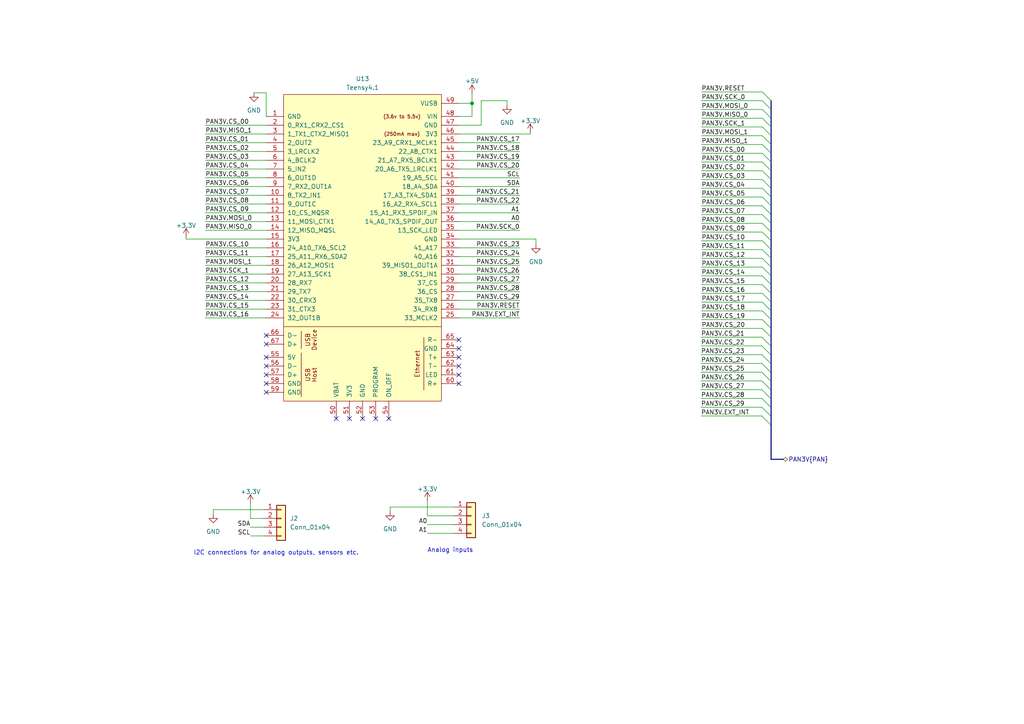
<source format=kicad_sch>
(kicad_sch (version 20250114) (generator "eeschema") (generator_version "9.0")
  (paper "A4")
  (title_block (title "Arena 12-12 Teensy w regulator Modular LED Display") (date "2024-10-08") (rev "v9.1") (company "IORodeo for Reiserlab @Janelia"))
  (lib_symbols
    (symbol "Connector_Generic:Conn_01x04" (pin_names (offset 1.016) (hide yes))
      (property "Reference" "J" (at 0 5.08 0))
      (property "Value" "Conn_01x04" (at 0 -7.62 0))
      (symbol "Conn_01x04_1_1"
        (rectangle (start -1.27 3.81) (end 1.27 -6.35) (stroke (width 0.254)) (fill (type background)))
        (rectangle (start -1.27 2.667) (end 0 2.413) (stroke (width 0.1524)))
        (rectangle (start -1.27 0.127) (end 0 -0.127) (stroke (width 0.1524)))
        (rectangle (start -1.27 -2.413) (end 0 -2.667) (stroke (width 0.1524)))
        (rectangle (start -1.27 -4.953) (end 0 -5.207) (stroke (width 0.1524)))
        (pin passive line (at -5.08 2.54 0) (length 3.81) (name "Pin_1") (number "1"))
        (pin passive line (at -5.08 0 0) (length 3.81) (name "Pin_2") (number "2"))
        (pin passive line (at -5.08 -2.54 0) (length 3.81) (name "Pin_3") (number "3"))
        (pin passive line (at -5.08 -5.08 0) (length 3.81) (name "Pin_4") (number "4"))
      )
    )
    (symbol "arena_custom:Teensy4.1" (pin_names (offset 1.016))
      (property "Reference" "U" (at 0 64.77 0))
      (property "Value" "Teensy4.1" (at 0 62.23 0))
      (symbol "Teensy4.1_0_0"
        (polyline (pts (xy -22.86 -6.35) (xy 22.86 -6.35)))
        (polyline (pts (xy -17.78 -7.62) (xy -17.78 -12.7)))
        (polyline (pts (xy -17.78 -26.67) (xy -17.78 -13.97)))
        (polyline (pts (xy 17.78 -9.525) (xy 17.78 -24.765)))
        (text "USB" (at -15.875 -10.16 900) (effects (font (size 1.27 1.27))))
        (text "USB" (at -15.875 -20.32 900) (effects (font (size 1.27 1.27))))
        (text "Device" (at -13.97 -10.16 900) (effects (font (size 1.27 1.27))))
        (text "Host" (at -13.97 -20.32 900) (effects (font (size 1.27 1.27))))
        (text "(3.6v to 5.5v)" (at 11.43 54.61 0) (effects (font (size 1.016 1.016))))
        (text "(250mA max)" (at 11.43 49.53 0) (effects (font (size 1.016 1.016))))
        (text "Ethernet" (at 15.875 -17.145 900) (effects (font (size 1.27 1.27))))
        (pin bidirectional line (at -27.94 44.45 0) (length 5.08) (name "3_LRCLK2") (number "5"))
        (pin bidirectional line (at -27.94 41.91 0) (length 5.08) (name "4_BCLK2") (number "6"))
        (pin bidirectional line (at -27.94 39.37 0) (length 5.08) (name "5_IN2") (number "7"))
        (pin bidirectional line (at -27.94 36.83 0) (length 5.08) (name "6_OUT1D") (number "8"))
        (pin bidirectional line (at -27.94 34.29 0) (length 5.08) (name "7_RX2_OUT1A") (number "9"))
        (pin bidirectional line (at -27.94 31.75 0) (length 5.08) (name "8_TX2_IN1") (number "10"))
        (pin bidirectional line (at -27.94 29.21 0) (length 5.08) (name "9_OUT1C") (number "11"))
        (pin bidirectional line (at -27.94 26.67 0) (length 5.08) (name "10_CS_MQSR") (number "12"))
        (pin bidirectional line (at -27.94 24.13 0) (length 5.08) (name "11_MOSI_CTX1") (number "13"))
        (pin bidirectional line (at -27.94 21.59 0) (length 5.08) (name "12_MISO_MQSL") (number "14"))
        (pin power_in line (at -27.94 19.05 0) (length 5.08) (name "3V3") (number "15"))
        (pin bidirectional line (at -27.94 16.51 0) (length 5.08) (name "24_A10_TX6_SCL2") (number "16"))
        (pin bidirectional line (at -27.94 13.97 0) (length 5.08) (name "25_A11_RX6_SDA2") (number "17"))
        (pin bidirectional line (at -27.94 11.43 0) (length 5.08) (name "26_A12_MOSI1") (number "18"))
        (pin bidirectional line (at -27.94 8.89 0) (length 5.08) (name "27_A13_SCK1") (number "19"))
        (pin bidirectional line (at -27.94 6.35 0) (length 5.08) (name "28_RX7") (number "20"))
        (pin bidirectional line (at -27.94 3.81 0) (length 5.08) (name "29_TX7") (number "21"))
        (pin bidirectional line (at -27.94 1.27 0) (length 5.08) (name "30_CRX3") (number "22"))
        (pin bidirectional line (at -27.94 -1.27 0) (length 5.08) (name "31_CTX3") (number "23"))
        (pin bidirectional line (at -27.94 -3.81 0) (length 5.08) (name "32_OUT1B") (number "24"))
        (pin bidirectional line (at -27.94 -8.89 0) (length 5.08) (name "D-") (number "66"))
        (pin bidirectional line (at -27.94 -11.43 0) (length 5.08) (name "D+") (number "67"))
        (pin power_out line (at -27.94 -15.24 0) (length 5.08) (name "5V") (number "55"))
        (pin bidirectional line (at -27.94 -17.78 0) (length 5.08) (name "D-") (number "56"))
        (pin bidirectional line (at -27.94 -20.32 0) (length 5.08) (name "D+") (number "57"))
        (pin power_in line (at -27.94 -22.86 0) (length 5.08) (name "GND") (number "58"))
        (pin power_in line (at -27.94 -25.4 0) (length 5.08) (name "GND") (number "59"))
        (pin power_in line (at -7.62 -33.02 90) (length 5.08) (name "VBAT") (number "50"))
        (pin power_in line (at -3.81 -33.02 90) (length 5.08) (name "3V3") (number "51"))
        (pin input line (at 3.81 -33.02 90) (length 5.08) (name "PROGRAM") (number "53"))
        (pin input line (at 7.62 -33.02 90) (length 5.08) (name "ON_OFF") (number "54"))
        (pin power_out line (at 27.94 58.42 180) (length 5.08) (name "VUSB") (number "49"))
        (pin power_in line (at 27.94 54.61 180) (length 5.08) (name "VIN") (number "48"))
        (pin bidirectional line (at 27.94 46.99 180) (length 5.08) (name "23_A9_CRX1_MCLK1") (number "45"))
        (pin bidirectional line (at 27.94 44.45 180) (length 5.08) (name "22_A8_CTX1") (number "44"))
        (pin bidirectional line (at 27.94 41.91 180) (length 5.08) (name "21_A7_RX5_BCLK1") (number "43"))
        (pin bidirectional line (at 27.94 39.37 180) (length 5.08) (name "20_A6_TX5_LRCLK1") (number "42"))
        (pin bidirectional line (at 27.94 36.83 180) (length 5.08) (name "19_A5_SCL") (number "41"))
        (pin bidirectional line (at 27.94 34.29 180) (length 5.08) (name "18_A4_SDA") (number "40"))
        (pin bidirectional line (at 27.94 31.75 180) (length 5.08) (name "17_A3_TX4_SDA1") (number "39"))
        (pin bidirectional line (at 27.94 29.21 180) (length 5.08) (name "16_A2_RX4_SCL1") (number "38"))
        (pin bidirectional line (at 27.94 26.67 180) (length 5.08) (name "15_A1_RX3_SPDIF_IN") (number "37"))
        (pin bidirectional line (at 27.94 24.13 180) (length 5.08) (name "14_A0_TX3_SPDIF_OUT") (number "36"))
        (pin bidirectional line (at 27.94 21.59 180) (length 5.08) (name "13_SCK_LED") (number "35"))
        (pin bidirectional line (at 27.94 16.51 180) (length 5.08) (name "41_A17") (number "33"))
        (pin bidirectional line (at 27.94 13.97 180) (length 5.08) (name "40_A16") (number "32"))
        (pin bidirectional line (at 27.94 11.43 180) (length 5.08) (name "39_MISO1_OUT1A") (number "31"))
        (pin bidirectional line (at 27.94 8.89 180) (length 5.08) (name "38_CS1_IN1") (number "30"))
        (pin bidirectional line (at 27.94 6.35 180) (length 5.08) (name "37_CS") (number "29"))
        (pin bidirectional line (at 27.94 3.81 180) (length 5.08) (name "36_CS") (number "28"))
        (pin bidirectional line (at 27.94 1.27 180) (length 5.08) (name "35_TX8") (number "27"))
        (pin bidirectional line (at 27.94 -1.27 180) (length 5.08) (name "34_RX8") (number "26"))
        (pin bidirectional line (at 27.94 -3.81 180) (length 5.08) (name "33_MCLK2") (number "25"))
        (pin bidirectional line (at 27.94 -10.16 180) (length 5.08) (name "R-") (number "65"))
        (pin power_in line (at 27.94 -12.7 180) (length 5.08) (name "GND") (number "64"))
        (pin bidirectional line (at 27.94 -15.24 180) (length 5.08) (name "T+") (number "63"))
        (pin bidirectional line (at 27.94 -17.78 180) (length 5.08) (name "T-") (number "62"))
        (pin bidirectional line (at 27.94 -20.32 180) (length 5.08) (name "LED") (number "61"))
        (pin bidirectional line (at 27.94 -22.86 180) (length 5.08) (name "R+") (number "60"))
      )
      (symbol "Teensy4.1_0_1"
        (rectangle (start -20.32 -1.27) (end -20.32 -1.27))
      )
      (symbol "Teensy4.1_1_0"
        (pin power_in line (at 0 -33.02 90) (length 5.08) (name "GND") (number "52"))
        (pin power_in line (at 27.94 52.07 180) (length 5.08) (name "GND") (number "47"))
        (pin power_out line (at 27.94 49.53 180) (length 5.08) (name "3V3") (number "46"))
      )
      (symbol "Teensy4.1_1_1"
        (rectangle (start -22.86 60.96) (end 22.86 -27.94) (fill (type background)))
        (pin power_in line (at -27.94 54.61 0) (length 5.08) (name "GND") (number "1"))
        (pin bidirectional line (at -27.94 52.07 0) (length 5.08) (name "0_RX1_CRX2_CS1") (number "2"))
        (pin bidirectional line (at -27.94 49.53 0) (length 5.08) (name "1_TX1_CTX2_MISO1") (number "3"))
        (pin bidirectional line (at -27.94 46.99 0) (length 5.08) (name "2_OUT2") (number "4"))
        (pin power_in line (at 27.94 19.05 180) (length 5.08) (name "GND") (number "34"))
      )
    )
    (symbol "power:+3.3V" (power) (pin_names (offset 0))
      (property "Value" "+3.3V" (at 0 3.556 0))
      (symbol "+3.3V_0_1"
        (polyline (pts (xy -0.762 1.27) (xy 0 2.54)))
        (polyline (pts (xy 0 2.54) (xy 0.762 1.27)))
        (polyline (pts (xy 0 0) (xy 0 2.54)))
      )
      (symbol "+3.3V_1_1"
        (pin power_in line (at 0 0 90) (length 0) (hide yes) (name "+3.3V") (number "1"))
      )
    )
    (symbol "power:+5V" (power) (pin_names (offset 0))
      (property "Value" "+5V" (at 0 3.556 0))
      (symbol "+5V_0_1"
        (polyline (pts (xy -0.762 1.27) (xy 0 2.54)))
        (polyline (pts (xy 0 2.54) (xy 0.762 1.27)))
        (polyline (pts (xy 0 0) (xy 0 2.54)))
      )
      (symbol "+5V_1_1"
        (pin power_in line (at 0 0 90) (length 0) (hide yes) (name "+5V") (number "1"))
      )
    )
    (symbol "power:GND" (power) (pin_names (offset 0))
      (property "Value" "GND" (at 0 -3.81 0))
      (symbol "GND_0_1"
        (polyline (pts (xy 0 0) (xy 0 -1.27) (xy 1.27 -1.27) (xy 0 -2.54) (xy -1.27 -1.27) (xy 0 -1.27)))
      )
      (symbol "GND_1_1"
        (pin power_in line (at 0 0 270) (length 0) (hide yes) (name "GND") (number "1"))
      )
    )
  )
  (text "Analog inputs" (at 123.952 160.401 0) (effects (font (size 1.27 1.27)) (justify left bottom)))
  (text "I2C connections for analog outputs, sensors etc. " (at 56.134 161.163 0) (effects (font (size 1.27 1.27)) (justify left bottom)))
  (junction (at 136.906 29.972))
  (no_connect (at 133.096 108.712))
  (no_connect (at 112.776 121.412))
  (no_connect (at 77.216 97.282))
  (no_connect (at 77.216 99.822))
  (no_connect (at 133.096 106.172))
  (no_connect (at 77.216 108.712))
  (no_connect (at 77.216 111.252))
  (no_connect (at 108.966 121.412))
  (no_connect (at 133.096 101.092))
  (no_connect (at 133.096 111.252))
  (no_connect (at 101.346 121.412))
  (no_connect (at 77.216 106.172))
  (no_connect (at 105.156 121.412))
  (no_connect (at 97.536 121.412))
  (no_connect (at 133.096 98.552))
  (no_connect (at 77.216 103.632))
  (no_connect (at 133.096 103.632))
  (no_connect (at 77.216 113.792))
  (bus_entry (at 223.647 54.61) (size -2.54 -2.54))
  (bus_entry (at 223.647 44.45) (size -2.54 -2.54))
  (bus_entry (at 220.98 113.03) (size 2.54 2.54))
  (bus_entry (at 223.647 64.77) (size -2.54 -2.54))
  (bus_entry (at 220.98 118.11) (size 2.54 2.54))
  (bus_entry (at 223.647 59.69) (size -2.54 -2.54))
  (bus_entry (at 223.647 80.01) (size -2.54 -2.54))
  (bus_entry (at 223.647 31.75) (size -2.54 -2.54))
  (bus_entry (at 220.98 105.41) (size 2.54 2.54))
  (bus_entry (at 220.98 100.33) (size 2.54 2.54))
  (bus_entry (at 221.107 82.55) (size 2.54 2.54))
  (bus_entry (at 223.647 29.21) (size -2.54 -2.54))
  (bus_entry (at 220.98 97.79) (size 2.54 2.54))
  (bus_entry (at 223.647 52.07) (size -2.54 -2.54))
  (bus_entry (at 223.647 62.23) (size -2.54 -2.54))
  (bus_entry (at 223.647 82.55) (size -2.54 -2.54))
  (bus_entry (at 220.98 120.65) (size 2.54 2.54))
  (bus_entry (at 223.647 72.39) (size -2.54 -2.54))
  (bus_entry (at 223.647 77.47) (size -2.54 -2.54))
  (bus_entry (at 223.647 34.29) (size -2.54 -2.54))
  (bus_entry (at 223.647 41.91) (size -2.54 -2.54))
  (bus_entry (at 223.647 49.53) (size -2.54 -2.54))
  (bus_entry (at 221.107 92.71) (size 2.54 2.54))
  (bus_entry (at 223.647 67.31) (size -2.54 -2.54))
  (bus_entry (at 221.107 87.63) (size 2.54 2.54))
  (bus_entry (at 223.647 74.93) (size -2.54 -2.54))
  (bus_entry (at 220.98 110.49) (size 2.54 2.54))
  (bus_entry (at 220.98 115.57) (size 2.54 2.54))
  (bus_entry (at 223.647 39.37) (size -2.54 -2.54))
  (bus_entry (at 221.107 85.09) (size 2.54 2.54))
  (bus_entry (at 221.107 90.17) (size 2.54 2.54))
  (bus_entry (at 220.98 102.87) (size 2.54 2.54))
  (bus_entry (at 220.98 107.95) (size 2.54 2.54))
  (bus_entry (at 223.647 69.85) (size -2.54 -2.54))
  (bus_entry (at 223.647 57.15) (size -2.54 -2.54))
  (bus_entry (at 221.107 95.25) (size 2.54 2.54))
  (bus_entry (at 223.647 46.99) (size -2.54 -2.54))
  (bus_entry (at 223.647 36.83) (size -2.54 -2.54))
  (wire (pts (xy 53.975 69.342) (xy 53.975 68.834)))
  (wire (pts (xy 123.952 149.606) (xy 131.572 149.606)))
  (wire (pts (xy 59.563 46.482) (xy 77.216 46.482)))
  (bus (pts (xy 223.647 87.63) (xy 223.647 90.17)))
  (wire (pts (xy 139.573 29.21) (xy 147.066 29.21)))
  (wire (pts (xy 72.644 152.908) (xy 76.454 152.908)))
  (wire (pts (xy 150.749 51.562) (xy 133.096 51.562)))
  (wire (pts (xy 220.98 110.49) (xy 203.327 110.49)))
  (wire (pts (xy 59.563 66.802) (xy 77.216 66.802)))
  (wire (pts (xy 139.573 36.322) (xy 139.573 29.21)))
  (bus (pts (xy 223.647 49.53) (xy 223.647 52.07)))
  (wire (pts (xy 133.096 76.962) (xy 150.749 76.962)))
  (wire (pts (xy 221.107 62.23) (xy 203.454 62.23)))
  (wire (pts (xy 133.096 56.642) (xy 150.749 56.642)))
  (wire (pts (xy 113.157 147.066) (xy 113.157 148.336)))
  (wire (pts (xy 59.563 76.962) (xy 77.216 76.962)))
  (wire (pts (xy 59.563 92.202) (xy 77.216 92.202)))
  (wire (pts (xy 221.107 44.45) (xy 203.454 44.45)))
  (bus (pts (xy 223.647 69.85) (xy 223.647 72.39)))
  (bus (pts (xy 223.647 36.83) (xy 223.647 39.37)))
  (wire (pts (xy 61.849 147.828) (xy 76.454 147.828)))
  (wire (pts (xy 59.563 38.862) (xy 77.216 38.862)))
  (wire (pts (xy 133.096 29.972) (xy 136.906 29.972)))
  (wire (pts (xy 59.563 74.422) (xy 77.216 74.422)))
  (wire (pts (xy 133.096 49.022) (xy 150.749 49.022)))
  (wire (pts (xy 221.107 52.07) (xy 203.454 52.07)))
  (bus (pts (xy 223.647 64.77) (xy 223.647 67.31)))
  (wire (pts (xy 133.096 38.862) (xy 153.797 38.862)))
  (wire (pts (xy 72.644 146.05) (xy 72.644 150.368)))
  (wire (pts (xy 73.66 26.924) (xy 77.216 26.924)))
  (bus (pts (xy 223.647 72.39) (xy 223.647 74.93)))
  (wire (pts (xy 72.644 150.368) (xy 76.454 150.368)))
  (bus (pts (xy 223.647 97.79) (xy 223.647 133.223)))
  (wire (pts (xy 59.563 84.582) (xy 77.216 84.582)))
  (wire (pts (xy 221.107 64.77) (xy 203.454 64.77)))
  (wire (pts (xy 221.107 41.91) (xy 203.454 41.91)))
  (bus (pts (xy 223.647 54.61) (xy 223.647 57.15)))
  (wire (pts (xy 77.216 69.342) (xy 53.975 69.342)))
  (wire (pts (xy 72.644 155.448) (xy 76.454 155.448)))
  (wire (pts (xy 221.107 74.93) (xy 203.454 74.93)))
  (wire (pts (xy 221.107 57.15) (xy 203.454 57.15)))
  (bus (pts (xy 223.647 82.55) (xy 223.647 85.09)))
  (bus (pts (xy 223.647 29.21) (xy 223.647 31.75)))
  (bus (pts (xy 223.647 85.09) (xy 223.647 87.63)))
  (wire (pts (xy 77.216 26.924) (xy 77.216 33.782)))
  (bus (pts (xy 223.647 74.93) (xy 223.647 77.47)))
  (wire (pts (xy 221.107 69.85) (xy 203.454 69.85)))
  (wire (pts (xy 59.563 82.042) (xy 77.216 82.042)))
  (bus (pts (xy 223.647 95.25) (xy 223.647 97.79)))
  (wire (pts (xy 133.096 66.802) (xy 150.749 66.802)))
  (wire (pts (xy 133.096 46.482) (xy 150.749 46.482)))
  (wire (pts (xy 203.327 120.65) (xy 220.98 120.65)))
  (wire (pts (xy 203.327 118.11) (xy 220.98 118.11)))
  (bus (pts (xy 223.647 62.23) (xy 223.647 64.77)))
  (wire (pts (xy 203.327 113.03) (xy 220.98 113.03)))
  (wire (pts (xy 59.563 49.022) (xy 77.216 49.022)))
  (wire (pts (xy 59.563 56.642) (xy 77.216 56.642)))
  (wire (pts (xy 150.749 82.042) (xy 133.096 82.042)))
  (wire (pts (xy 123.952 145.288) (xy 123.952 149.606)))
  (wire (pts (xy 203.454 85.09) (xy 221.107 85.09)))
  (wire (pts (xy 59.563 87.122) (xy 77.216 87.122)))
  (wire (pts (xy 203.327 105.41) (xy 220.98 105.41)))
  (bus (pts (xy 223.647 41.91) (xy 223.647 44.45)))
  (wire (pts (xy 221.107 29.21) (xy 203.454 29.21)))
  (wire (pts (xy 59.563 79.502) (xy 77.216 79.502)))
  (wire (pts (xy 133.096 79.502) (xy 150.749 79.502)))
  (wire (pts (xy 59.563 41.402) (xy 77.216 41.402)))
  (wire (pts (xy 203.454 92.71) (xy 221.107 92.71)))
  (bus (pts (xy 223.647 80.01) (xy 223.647 82.55)))
  (wire (pts (xy 220.98 100.33) (xy 203.327 100.33)))
  (bus (pts (xy 223.647 44.45) (xy 223.647 46.99)))
  (wire (pts (xy 59.563 36.322) (xy 77.216 36.322)))
  (wire (pts (xy 221.107 67.31) (xy 203.454 67.31)))
  (wire (pts (xy 133.096 33.782) (xy 136.906 33.782)))
  (bus (pts (xy 223.647 31.75) (xy 223.647 34.29)))
  (wire (pts (xy 59.563 43.942) (xy 77.216 43.942)))
  (wire (pts (xy 59.563 89.662) (xy 77.216 89.662)))
  (bus (pts (xy 223.647 34.29) (xy 223.647 36.83)))
  (bus (pts (xy 223.647 59.69) (xy 223.647 62.23)))
  (wire (pts (xy 221.107 34.29) (xy 203.454 34.29)))
  (wire (pts (xy 123.952 154.686) (xy 131.572 154.686)))
  (wire (pts (xy 133.096 36.322) (xy 139.573 36.322)))
  (wire (pts (xy 59.563 71.882) (xy 77.216 71.882)))
  (bus (pts (xy 223.647 133.223) (xy 227.203 133.223)))
  (bus (pts (xy 223.647 67.31) (xy 223.647 69.85)))
  (wire (pts (xy 61.849 147.828) (xy 61.849 149.098)))
  (wire (pts (xy 203.327 97.79) (xy 220.98 97.79)))
  (wire (pts (xy 153.797 38.862) (xy 153.797 38.481)))
  (wire (pts (xy 59.563 54.102) (xy 77.216 54.102)))
  (wire (pts (xy 147.066 29.21) (xy 147.066 30.48)))
  (wire (pts (xy 203.454 90.17) (xy 221.107 90.17)))
  (wire (pts (xy 133.096 43.942) (xy 150.749 43.942)))
  (wire (pts (xy 133.096 64.262) (xy 150.749 64.262)))
  (wire (pts (xy 221.107 72.39) (xy 203.454 72.39)))
  (bus (pts (xy 223.647 46.99) (xy 223.647 49.53)))
  (wire (pts (xy 133.096 74.422) (xy 150.749 74.422)))
  (wire (pts (xy 203.327 107.95) (xy 220.98 107.95)))
  (wire (pts (xy 133.096 87.122) (xy 150.749 87.122)))
  (wire (pts (xy 136.906 27.178) (xy 136.906 29.972)))
  (wire (pts (xy 203.454 59.69) (xy 221.107 59.69)))
  (wire (pts (xy 221.107 26.67) (xy 203.454 26.67)))
  (wire (pts (xy 203.454 95.25) (xy 221.107 95.25)))
  (wire (pts (xy 133.096 84.582) (xy 150.749 84.582)))
  (wire (pts (xy 203.327 115.57) (xy 220.98 115.57)))
  (wire (pts (xy 221.107 82.55) (xy 203.454 82.55)))
  (bus (pts (xy 223.647 77.47) (xy 223.647 80.01)))
  (wire (pts (xy 150.749 71.882) (xy 133.096 71.882)))
  (wire (pts (xy 221.107 80.01) (xy 203.454 80.01)))
  (wire (pts (xy 221.107 77.47) (xy 203.454 77.47)))
  (wire (pts (xy 133.096 89.662) (xy 150.749 89.662)))
  (wire (pts (xy 221.107 31.75) (xy 203.454 31.75)))
  (bus (pts (xy 223.647 90.17) (xy 223.647 92.71)))
  (bus (pts (xy 223.647 39.37) (xy 223.647 41.91)))
  (bus (pts (xy 223.647 92.71) (xy 223.647 95.25)))
  (wire (pts (xy 203.454 87.63) (xy 221.107 87.63)))
  (wire (pts (xy 59.563 61.722) (xy 77.216 61.722)))
  (wire (pts (xy 133.096 54.102) (xy 150.749 54.102)))
  (wire (pts (xy 113.157 147.066) (xy 131.572 147.066)))
  (bus (pts (xy 223.647 52.07) (xy 223.647 54.61)))
  (wire (pts (xy 221.107 36.83) (xy 203.454 36.83)))
  (wire (pts (xy 133.096 59.182) (xy 150.749 59.182)))
  (wire (pts (xy 221.107 46.99) (xy 203.454 46.99)))
  (wire (pts (xy 150.749 41.402) (xy 133.096 41.402)))
  (wire (pts (xy 203.327 102.87) (xy 220.98 102.87)))
  (wire (pts (xy 221.107 39.37) (xy 203.454 39.37)))
  (wire (pts (xy 133.096 69.342) (xy 155.448 69.342)))
  (wire (pts (xy 221.107 49.53) (xy 203.454 49.53)))
  (wire (pts (xy 133.096 61.722) (xy 150.749 61.722)))
  (wire (pts (xy 155.448 69.342) (xy 155.448 70.866)))
  (wire (pts (xy 123.952 152.146) (xy 131.572 152.146)))
  (wire (pts (xy 59.563 59.182) (xy 77.216 59.182)))
  (wire (pts (xy 59.563 51.562) (xy 77.216 51.562)))
  (wire (pts (xy 221.107 54.61) (xy 203.454 54.61)))
  (wire (pts (xy 59.563 64.262) (xy 77.216 64.262)))
  (wire (pts (xy 133.096 92.202) (xy 150.749 92.202)))
  (wire (pts (xy 136.906 29.972) (xy 136.906 33.782)))
  (bus (pts (xy 223.647 57.15) (xy 223.647 59.69)))
  (label "PAN3V.MOSI_1" (at 59.563 76.962 0))
  (label "SDA" (at 72.644 152.908 180))
  (label "PAN3V.SCK_0" (at 150.749 66.802 180))
  (label "PAN3V.CS_17" (at 150.749 41.402 180))
  (label "PAN3V.CS_06" (at 203.454 59.69 0))
  (label "PAN3V.CS_28" (at 150.749 84.582 180))
  (label "PAN3V.CS_18" (at 150.749 43.942 180))
  (label "PAN3V.CS_02" (at 59.563 43.942 0))
  (label "A1" (at 123.952 154.686 180))
  (label "PAN3V.CS_10" (at 59.563 71.882 0))
  (label "PAN3V.MISO_0" (at 203.454 34.29 0))
  (label "PAN3V.CS_23" (at 203.327 102.87 0))
  (label "PAN3V.CS_05" (at 59.563 51.562 0))
  (label "PAN3V.CS_06" (at 59.563 54.102 0))
  (label "PAN3V.MOSI_1" (at 203.454 39.37 0))
  (label "PAN3V.CS_04" (at 203.454 54.61 0))
  (label "PAN3V.CS_03" (at 203.454 52.07 0))
  (label "PAN3V.CS_29" (at 150.749 87.122 180))
  (label "PAN3V.CS_07" (at 59.563 56.642 0))
  (label "PAN3V.SCK_1" (at 203.454 36.83 0))
  (label "PAN3V.CS_02" (at 203.454 49.53 0))
  (label "PAN3V.CS_24" (at 203.327 105.41 0))
  (label "PAN3V.MOSI_0" (at 59.563 64.262 0))
  (label "PAN3V.CS_12" (at 203.454 74.93 0))
  (label "PAN3V.CS_14" (at 203.454 80.01 0))
  (label "PAN3V.CS_00" (at 203.454 44.45 0))
  (label "PAN3V.CS_08" (at 59.563 59.182 0))
  (label "PAN3V.CS_16" (at 59.563 92.202 0))
  (label "PAN3V.CS_00" (at 59.563 36.322 0))
  (label "SDA" (at 150.749 54.102 180))
  (label "PAN3V.CS_11" (at 203.454 72.39 0))
  (label "PAN3V.CS_27" (at 203.327 113.03 0))
  (label "PAN3V.CS_22" (at 150.749 59.182 180))
  (label "PAN3V.CS_01" (at 59.563 41.402 0))
  (label "PAN3V.CS_03" (at 59.563 46.482 0))
  (label "PAN3V.CS_21" (at 203.327 97.79 0))
  (label "PAN3V.CS_19" (at 150.749 46.482 180))
  (label "PAN3V.CS_16" (at 203.454 85.09 0))
  (label "PAN3V.CS_12" (at 59.563 82.042 0))
  (label "PAN3V.CS_05" (at 203.454 57.15 0))
  (label "PAN3V.CS_27" (at 150.749 82.042 180))
  (label "PAN3V.EXT_INT" (at 203.327 120.65 0))
  (label "PAN3V.CS_26" (at 203.327 110.49 0))
  (label "PAN3V.SCK_1" (at 59.563 79.502 0))
  (label "PAN3V.CS_20" (at 150.749 49.022 180))
  (label "PAN3V.CS_24" (at 150.749 74.422 180))
  (label "PAN3V.CS_14" (at 59.563 87.122 0))
  (label "PAN3V.CS_13" (at 203.454 77.47 0))
  (label "PAN3V.CS_25" (at 150.749 76.962 180))
  (label "PAN3V.CS_28" (at 203.327 115.57 0))
  (label "PAN3V.CS_25" (at 203.327 107.95 0))
  (label "PAN3V.CS_10" (at 203.454 69.85 0))
  (label "PAN3V.CS_08" (at 203.454 64.77 0))
  (label "PAN3V.CS_29" (at 203.327 118.11 0))
  (label "SCL" (at 72.644 155.448 180))
  (label "PAN3V.CS_20" (at 203.454 95.25 0))
  (label "PAN3V.RESET" (at 150.749 89.662 180))
  (label "PAN3V.CS_09" (at 203.454 67.31 0))
  (label "PAN3V.CS_17" (at 203.454 87.63 0))
  (label "PAN3V.CS_04" (at 59.563 49.022 0))
  (label "PAN3V.CS_15" (at 59.563 89.662 0))
  (label "PAN3V.MISO_1" (at 203.454 41.91 0))
  (label "A0" (at 123.952 152.146 180))
  (label "PAN3V.CS_11" (at 59.563 74.422 0))
  (label "PAN3V.CS_21" (at 150.749 56.642 180))
  (label "PAN3V.CS_07" (at 203.454 62.23 0))
  (label "PAN3V.CS_26" (at 150.749 79.502 180))
  (label "A0" (at 150.749 64.262 180))
  (label "PAN3V.CS_18" (at 203.454 90.17 0))
  (label "PAN3V.CS_13" (at 59.563 84.582 0))
  (label "PAN3V.CS_01" (at 203.454 46.99 0))
  (label "A1" (at 150.749 61.722 180))
  (label "PAN3V.CS_23" (at 150.749 71.882 180))
  (label "PAN3V.MISO_0" (at 59.563 66.802 0))
  (label "PAN3V.CS_19" (at 203.454 92.71 0))
  (label "PAN3V.CS_22" (at 203.327 100.33 0))
  (label "PAN3V.EXT_INT" (at 150.749 92.202 180))
  (label "PAN3V.CS_15" (at 203.454 82.55 0))
  (label "PAN3V.MOSI_0" (at 203.454 31.75 0))
  (label "PAN3V.RESET" (at 203.454 26.67 0))
  (label "SCL" (at 150.749 51.562 180))
  (label "PAN3V.MISO_1" (at 59.563 38.862 0))
  (label "PAN3V.SCK_0" (at 203.454 29.21 0))
  (label "PAN3V.CS_09" (at 59.563 61.722 0))
  (hierarchical_label "PAN3V{PAN}" (shape bidirectional) (at 227.203 133.223 0))
  (symbol (lib_id "power:GND") (at 61.849 149.098 0) (mirror y) (unit 1)
    (property "Reference" "#PWR01" (effects (hide yes)))
    (property "Value" "GND" (at 61.849 154.178 0))
  )
  (symbol (lib_id "Connector_Generic:Conn_01x04") (at 136.652 149.606 0) (unit 1)
    (property "Reference" "J3" (at 139.7 149.606 0) (effects (justify left)))
    (property "Value" "Conn_01x04" (at 139.7 152.146 0) (effects (justify left)))
    (property "Footprint" "arena_custom:JST_SH_SM04B-SRSS-TB_1x04-1MP_P1.00mm_Horizontal" (effects (hide yes)))
  )
  (symbol (lib_id "power:+3.3V") (at 72.644 146.05 0) (unit 1)
    (property "Reference" "#PWR019" (effects (hide yes)))
    (property "Value" "+3.3V" (at 72.644 142.621 0))
  )
  (symbol (lib_id "power:+5V") (at 136.906 27.178 0) (unit 1)
    (property "Reference" "#PWR074" (effects (hide yes)))
    (property "Value" "+5V" (at 136.906 23.495 0))
  )
  (symbol (lib_id "arena_custom:Teensy4.1") (at 105.156 88.392 0) (unit 1)
    (property "Reference" "U18" (at 105.156 22.86 0))
    (property "Value" "Teensy4.1" (at 105.156 25.4 0))
    (property "Footprint" "teensy:Teensy41" (effects (hide yes)))
    (instances (project "teensy_arena_12-12" (path "" (reference "U13") (unit 1)) (path "" (reference "U18") (unit 1))))
  )
  (symbol (lib_id "power:+3.3V") (at 123.952 145.288 0) (unit 1)
    (property "Reference" "#PWR020" (effects (hide yes)))
    (property "Value" "+3.3V" (at 123.952 141.859 0))
  )
  (symbol (lib_id "power:GND") (at 155.448 70.866 0) (mirror y) (unit 1)
    (property "Reference" "#PWR016" (effects (hide yes)))
    (property "Value" "GND" (at 155.448 75.946 0))
    (instances (project "teensy_arena_12-12" (path "" (reference "#PWR06") (unit 1)) (path "" (reference "#PWR016") (unit 1))))
  )
  (symbol (lib_id "Connector_Generic:Conn_01x04") (at 81.534 150.368 0) (unit 1)
    (property "Reference" "J2" (at 84.074 150.368 0) (effects (justify left)))
    (property "Value" "Conn_01x04" (at 84.074 152.908 0) (effects (justify left)))
    (property "Footprint" "arena_custom:JST_SH_SM04B-SRSS-TB_1x04-1MP_P1.00mm_Horizontal" (effects (hide yes)))
  )
  (symbol (lib_id "power:+3.3V") (at 153.797 38.481 0) (unit 1)
    (property "Reference" "#PWR075" (effects (hide yes)))
    (property "Value" "+3.3V" (at 153.797 35.052 0))
  )
  (symbol (lib_id "power:GND") (at 73.66 26.924 0) (unit 1)
    (property "Reference" "#PWR05" (effects (hide yes)))
    (property "Value" "GND" (at 73.66 32.004 0))
    (instances (project "teensy_arena_12-12" (path "" (reference "#PWR016") (unit 1)) (path "" (reference "#PWR05") (unit 1))))
  )
  (symbol (lib_id "power:+3.3V") (at 53.975 68.834 0) (unit 1)
    (property "Reference" "#PWR073" (effects (hide yes)))
    (property "Value" "+3.3V" (at 53.975 65.405 0))
  )
  (symbol (lib_id "power:GND") (at 113.157 148.336 0) (mirror y) (unit 1)
    (property "Reference" "#PWR07" (effects (hide yes)))
    (property "Value" "GND" (at 113.157 153.416 0))
  )
  (symbol (lib_id "power:GND") (at 147.066 30.48 0) (mirror y) (unit 1)
    (property "Reference" "#PWR06" (effects (hide yes)))
    (property "Value" "GND" (at 147.066 35.56 0))
    (instances (project "teensy_arena_12-12" (path "" (reference "#PWR05") (unit 1)) (path "" (reference "#PWR06") (unit 1))))
  )
)
</source>
